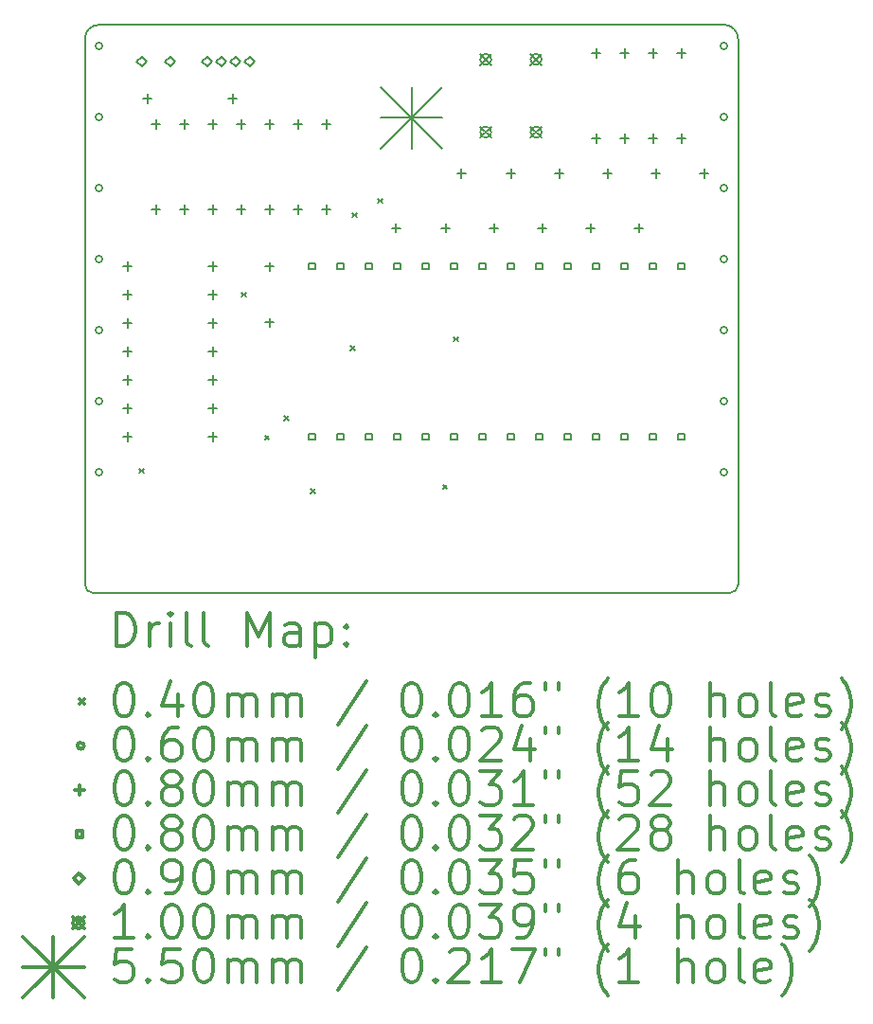
<source format=gbr>
%FSLAX45Y45*%
G04 Gerber Fmt 4.5, Leading zero omitted, Abs format (unit mm)*
G04 Created by KiCad (PCBNEW (5.1.6)-1) date 2021-11-23 16:53:45*
%MOMM*%
%LPD*%
G01*
G04 APERTURE LIST*
%TA.AperFunction,Profile*%
%ADD10C,0.150000*%
%TD*%
%ADD11C,0.200000*%
%ADD12C,0.300000*%
G04 APERTURE END LIST*
D10*
X6096000Y-7874000D02*
G75*
G03*
X5969000Y-8001000I0J-127000D01*
G01*
X11811000Y-8001000D02*
G75*
G03*
X11684000Y-7874000I-127000J0D01*
G01*
X11734800Y-12954000D02*
G75*
G03*
X11811000Y-12877800I0J76200D01*
G01*
X5969000Y-12877800D02*
G75*
G03*
X6045200Y-12954000I76200J0D01*
G01*
X5969000Y-12877800D02*
X5969000Y-8001000D01*
X11734800Y-12954000D02*
X6045200Y-12954000D01*
X11811000Y-8001000D02*
X11811000Y-12877800D01*
X6096000Y-7874000D02*
X11684000Y-7874000D01*
D11*
X6457000Y-11841800D02*
X6497000Y-11881800D01*
X6497000Y-11841800D02*
X6457000Y-11881800D01*
X7371400Y-10267000D02*
X7411400Y-10307000D01*
X7411400Y-10267000D02*
X7371400Y-10307000D01*
X7579000Y-11544000D02*
X7619000Y-11584000D01*
X7619000Y-11544000D02*
X7579000Y-11584000D01*
X7749000Y-11374000D02*
X7789000Y-11414000D01*
X7789000Y-11374000D02*
X7749000Y-11414000D01*
X7989000Y-12024000D02*
X8029000Y-12064000D01*
X8029000Y-12024000D02*
X7989000Y-12064000D01*
X8342558Y-10743642D02*
X8382558Y-10783642D01*
X8382558Y-10743642D02*
X8342558Y-10783642D01*
X8362000Y-9555800D02*
X8402000Y-9595800D01*
X8402000Y-9555800D02*
X8362000Y-9595800D01*
X8590600Y-9428800D02*
X8630600Y-9468800D01*
X8630600Y-9428800D02*
X8590600Y-9468800D01*
X9169000Y-11984000D02*
X9209000Y-12024000D01*
X9209000Y-11984000D02*
X9169000Y-12024000D01*
X9269000Y-10664000D02*
X9309000Y-10704000D01*
X9309000Y-10664000D02*
X9269000Y-10704000D01*
X6126000Y-8064500D02*
G75*
G03*
X6126000Y-8064500I-30000J0D01*
G01*
X6126000Y-8699500D02*
G75*
G03*
X6126000Y-8699500I-30000J0D01*
G01*
X6126000Y-9334500D02*
G75*
G03*
X6126000Y-9334500I-30000J0D01*
G01*
X6126000Y-9969500D02*
G75*
G03*
X6126000Y-9969500I-30000J0D01*
G01*
X6126000Y-10604500D02*
G75*
G03*
X6126000Y-10604500I-30000J0D01*
G01*
X6126000Y-11239500D02*
G75*
G03*
X6126000Y-11239500I-30000J0D01*
G01*
X6126000Y-11874500D02*
G75*
G03*
X6126000Y-11874500I-30000J0D01*
G01*
X11714000Y-8064500D02*
G75*
G03*
X11714000Y-8064500I-30000J0D01*
G01*
X11714000Y-8699500D02*
G75*
G03*
X11714000Y-8699500I-30000J0D01*
G01*
X11714000Y-9334500D02*
G75*
G03*
X11714000Y-9334500I-30000J0D01*
G01*
X11714000Y-9969500D02*
G75*
G03*
X11714000Y-9969500I-30000J0D01*
G01*
X11714000Y-10604500D02*
G75*
G03*
X11714000Y-10604500I-30000J0D01*
G01*
X11714000Y-11239500D02*
G75*
G03*
X11714000Y-11239500I-30000J0D01*
G01*
X11714000Y-11874500D02*
G75*
G03*
X11714000Y-11874500I-30000J0D01*
G01*
X9627074Y-9651637D02*
X9627074Y-9731637D01*
X9587074Y-9691637D02*
X9667074Y-9691637D01*
X10210800Y-9161833D02*
X10210800Y-9241833D01*
X10170800Y-9201833D02*
X10250800Y-9201833D01*
X6527800Y-8494400D02*
X6527800Y-8574400D01*
X6487800Y-8534400D02*
X6567800Y-8534400D01*
X7289800Y-8494400D02*
X7289800Y-8574400D01*
X7249800Y-8534400D02*
X7329800Y-8534400D01*
X10490674Y-9651637D02*
X10490674Y-9731637D01*
X10450674Y-9691637D02*
X10530674Y-9691637D01*
X11074400Y-9161833D02*
X11074400Y-9241833D01*
X11034400Y-9201833D02*
X11114400Y-9201833D01*
X9195274Y-9651637D02*
X9195274Y-9731637D01*
X9155274Y-9691637D02*
X9235274Y-9691637D01*
X9779000Y-9161833D02*
X9779000Y-9241833D01*
X9739000Y-9201833D02*
X9819000Y-9201833D01*
X10922474Y-9651637D02*
X10922474Y-9731637D01*
X10882474Y-9691637D02*
X10962474Y-9691637D01*
X11506200Y-9161833D02*
X11506200Y-9241833D01*
X11466200Y-9201833D02*
X11546200Y-9201833D01*
X10541000Y-8088000D02*
X10541000Y-8168000D01*
X10501000Y-8128000D02*
X10581000Y-8128000D01*
X10541000Y-8850000D02*
X10541000Y-8930000D01*
X10501000Y-8890000D02*
X10581000Y-8890000D01*
X10795000Y-8088000D02*
X10795000Y-8168000D01*
X10755000Y-8128000D02*
X10835000Y-8128000D01*
X10795000Y-8850000D02*
X10795000Y-8930000D01*
X10755000Y-8890000D02*
X10835000Y-8890000D01*
X11049000Y-8088000D02*
X11049000Y-8168000D01*
X11009000Y-8128000D02*
X11089000Y-8128000D01*
X11049000Y-8850000D02*
X11049000Y-8930000D01*
X11009000Y-8890000D02*
X11089000Y-8890000D01*
X11303000Y-8088000D02*
X11303000Y-8168000D01*
X11263000Y-8128000D02*
X11343000Y-8128000D01*
X11303000Y-8850000D02*
X11303000Y-8930000D01*
X11263000Y-8890000D02*
X11343000Y-8890000D01*
X6350000Y-9993000D02*
X6350000Y-10073000D01*
X6310000Y-10033000D02*
X6390000Y-10033000D01*
X6350000Y-10247000D02*
X6350000Y-10327000D01*
X6310000Y-10287000D02*
X6390000Y-10287000D01*
X6350000Y-10501000D02*
X6350000Y-10581000D01*
X6310000Y-10541000D02*
X6390000Y-10541000D01*
X6350000Y-10755000D02*
X6350000Y-10835000D01*
X6310000Y-10795000D02*
X6390000Y-10795000D01*
X6350000Y-11009000D02*
X6350000Y-11089000D01*
X6310000Y-11049000D02*
X6390000Y-11049000D01*
X6350000Y-11263000D02*
X6350000Y-11343000D01*
X6310000Y-11303000D02*
X6390000Y-11303000D01*
X6350000Y-11517000D02*
X6350000Y-11597000D01*
X6310000Y-11557000D02*
X6390000Y-11557000D01*
X7112000Y-9993000D02*
X7112000Y-10073000D01*
X7072000Y-10033000D02*
X7152000Y-10033000D01*
X7112000Y-10247000D02*
X7112000Y-10327000D01*
X7072000Y-10287000D02*
X7152000Y-10287000D01*
X7112000Y-10501000D02*
X7112000Y-10581000D01*
X7072000Y-10541000D02*
X7152000Y-10541000D01*
X7112000Y-10755000D02*
X7112000Y-10835000D01*
X7072000Y-10795000D02*
X7152000Y-10795000D01*
X7112000Y-11009000D02*
X7112000Y-11089000D01*
X7072000Y-11049000D02*
X7152000Y-11049000D01*
X7112000Y-11263000D02*
X7112000Y-11343000D01*
X7072000Y-11303000D02*
X7152000Y-11303000D01*
X7112000Y-11517000D02*
X7112000Y-11597000D01*
X7072000Y-11557000D02*
X7152000Y-11557000D01*
X6604000Y-8723000D02*
X6604000Y-8803000D01*
X6564000Y-8763000D02*
X6644000Y-8763000D01*
X6604000Y-9485000D02*
X6604000Y-9565000D01*
X6564000Y-9525000D02*
X6644000Y-9525000D01*
X6858000Y-8723000D02*
X6858000Y-8803000D01*
X6818000Y-8763000D02*
X6898000Y-8763000D01*
X6858000Y-9485000D02*
X6858000Y-9565000D01*
X6818000Y-9525000D02*
X6898000Y-9525000D01*
X7112000Y-8723000D02*
X7112000Y-8803000D01*
X7072000Y-8763000D02*
X7152000Y-8763000D01*
X7112000Y-9485000D02*
X7112000Y-9565000D01*
X7072000Y-9525000D02*
X7152000Y-9525000D01*
X7366000Y-8723000D02*
X7366000Y-8803000D01*
X7326000Y-8763000D02*
X7406000Y-8763000D01*
X7366000Y-9485000D02*
X7366000Y-9565000D01*
X7326000Y-9525000D02*
X7406000Y-9525000D01*
X7620000Y-8723000D02*
X7620000Y-8803000D01*
X7580000Y-8763000D02*
X7660000Y-8763000D01*
X7620000Y-9485000D02*
X7620000Y-9565000D01*
X7580000Y-9525000D02*
X7660000Y-9525000D01*
X7874000Y-8723000D02*
X7874000Y-8803000D01*
X7834000Y-8763000D02*
X7914000Y-8763000D01*
X7874000Y-9485000D02*
X7874000Y-9565000D01*
X7834000Y-9525000D02*
X7914000Y-9525000D01*
X8128000Y-8723000D02*
X8128000Y-8803000D01*
X8088000Y-8763000D02*
X8168000Y-8763000D01*
X8128000Y-9485000D02*
X8128000Y-9565000D01*
X8088000Y-9525000D02*
X8168000Y-9525000D01*
X10058874Y-9651637D02*
X10058874Y-9731637D01*
X10018874Y-9691637D02*
X10098874Y-9691637D01*
X10642600Y-9161833D02*
X10642600Y-9241833D01*
X10602600Y-9201833D02*
X10682600Y-9201833D01*
X8753589Y-9651637D02*
X8753589Y-9731637D01*
X8713589Y-9691637D02*
X8793589Y-9691637D01*
X9337315Y-9161833D02*
X9337315Y-9241833D01*
X9297315Y-9201833D02*
X9377315Y-9201833D01*
X7620000Y-9995000D02*
X7620000Y-10075000D01*
X7580000Y-10035000D02*
X7660000Y-10035000D01*
X7620000Y-10495000D02*
X7620000Y-10575000D01*
X7580000Y-10535000D02*
X7660000Y-10535000D01*
X8029288Y-10061288D02*
X8029288Y-10004712D01*
X7972712Y-10004712D01*
X7972712Y-10061288D01*
X8029288Y-10061288D01*
X8029288Y-11585288D02*
X8029288Y-11528712D01*
X7972712Y-11528712D01*
X7972712Y-11585288D01*
X8029288Y-11585288D01*
X8283288Y-10061288D02*
X8283288Y-10004712D01*
X8226712Y-10004712D01*
X8226712Y-10061288D01*
X8283288Y-10061288D01*
X8283288Y-11585288D02*
X8283288Y-11528712D01*
X8226712Y-11528712D01*
X8226712Y-11585288D01*
X8283288Y-11585288D01*
X8537288Y-10061288D02*
X8537288Y-10004712D01*
X8480712Y-10004712D01*
X8480712Y-10061288D01*
X8537288Y-10061288D01*
X8537288Y-11585288D02*
X8537288Y-11528712D01*
X8480712Y-11528712D01*
X8480712Y-11585288D01*
X8537288Y-11585288D01*
X8791288Y-10061288D02*
X8791288Y-10004712D01*
X8734712Y-10004712D01*
X8734712Y-10061288D01*
X8791288Y-10061288D01*
X8791288Y-11585288D02*
X8791288Y-11528712D01*
X8734712Y-11528712D01*
X8734712Y-11585288D01*
X8791288Y-11585288D01*
X9045288Y-10061288D02*
X9045288Y-10004712D01*
X8988712Y-10004712D01*
X8988712Y-10061288D01*
X9045288Y-10061288D01*
X9045288Y-11585288D02*
X9045288Y-11528712D01*
X8988712Y-11528712D01*
X8988712Y-11585288D01*
X9045288Y-11585288D01*
X9299288Y-10061288D02*
X9299288Y-10004712D01*
X9242712Y-10004712D01*
X9242712Y-10061288D01*
X9299288Y-10061288D01*
X9299288Y-11585288D02*
X9299288Y-11528712D01*
X9242712Y-11528712D01*
X9242712Y-11585288D01*
X9299288Y-11585288D01*
X9553288Y-10061288D02*
X9553288Y-10004712D01*
X9496712Y-10004712D01*
X9496712Y-10061288D01*
X9553288Y-10061288D01*
X9553288Y-11585288D02*
X9553288Y-11528712D01*
X9496712Y-11528712D01*
X9496712Y-11585288D01*
X9553288Y-11585288D01*
X9807288Y-10061288D02*
X9807288Y-10004712D01*
X9750712Y-10004712D01*
X9750712Y-10061288D01*
X9807288Y-10061288D01*
X9807288Y-11585288D02*
X9807288Y-11528712D01*
X9750712Y-11528712D01*
X9750712Y-11585288D01*
X9807288Y-11585288D01*
X10061288Y-10061288D02*
X10061288Y-10004712D01*
X10004712Y-10004712D01*
X10004712Y-10061288D01*
X10061288Y-10061288D01*
X10061288Y-11585288D02*
X10061288Y-11528712D01*
X10004712Y-11528712D01*
X10004712Y-11585288D01*
X10061288Y-11585288D01*
X10315288Y-10061288D02*
X10315288Y-10004712D01*
X10258712Y-10004712D01*
X10258712Y-10061288D01*
X10315288Y-10061288D01*
X10315288Y-11585288D02*
X10315288Y-11528712D01*
X10258712Y-11528712D01*
X10258712Y-11585288D01*
X10315288Y-11585288D01*
X10569288Y-10061288D02*
X10569288Y-10004712D01*
X10512712Y-10004712D01*
X10512712Y-10061288D01*
X10569288Y-10061288D01*
X10569288Y-11585288D02*
X10569288Y-11528712D01*
X10512712Y-11528712D01*
X10512712Y-11585288D01*
X10569288Y-11585288D01*
X10823288Y-10061288D02*
X10823288Y-10004712D01*
X10766712Y-10004712D01*
X10766712Y-10061288D01*
X10823288Y-10061288D01*
X10823288Y-11585288D02*
X10823288Y-11528712D01*
X10766712Y-11528712D01*
X10766712Y-11585288D01*
X10823288Y-11585288D01*
X11077288Y-10061288D02*
X11077288Y-10004712D01*
X11020712Y-10004712D01*
X11020712Y-10061288D01*
X11077288Y-10061288D01*
X11077288Y-11585288D02*
X11077288Y-11528712D01*
X11020712Y-11528712D01*
X11020712Y-11585288D01*
X11077288Y-11585288D01*
X11331288Y-10061288D02*
X11331288Y-10004712D01*
X11274712Y-10004712D01*
X11274712Y-10061288D01*
X11331288Y-10061288D01*
X11331288Y-11585288D02*
X11331288Y-11528712D01*
X11274712Y-11528712D01*
X11274712Y-11585288D01*
X11331288Y-11585288D01*
X6477000Y-8249200D02*
X6522000Y-8204200D01*
X6477000Y-8159200D01*
X6432000Y-8204200D01*
X6477000Y-8249200D01*
X6731000Y-8249200D02*
X6776000Y-8204200D01*
X6731000Y-8159200D01*
X6686000Y-8204200D01*
X6731000Y-8249200D01*
X7061200Y-8249200D02*
X7106200Y-8204200D01*
X7061200Y-8159200D01*
X7016200Y-8204200D01*
X7061200Y-8249200D01*
X7188200Y-8249200D02*
X7233200Y-8204200D01*
X7188200Y-8159200D01*
X7143200Y-8204200D01*
X7188200Y-8249200D01*
X7315200Y-8249200D02*
X7360200Y-8204200D01*
X7315200Y-8159200D01*
X7270200Y-8204200D01*
X7315200Y-8249200D01*
X7442200Y-8249200D02*
X7487200Y-8204200D01*
X7442200Y-8159200D01*
X7397200Y-8204200D01*
X7442200Y-8249200D01*
X9503918Y-8133842D02*
X9603994Y-8233918D01*
X9603994Y-8133842D02*
X9503918Y-8233918D01*
X9603994Y-8183880D02*
G75*
G03*
X9603994Y-8183880I-50038J0D01*
G01*
X9503918Y-8784082D02*
X9603994Y-8884158D01*
X9603994Y-8784082D02*
X9503918Y-8884158D01*
X9603994Y-8834120D02*
G75*
G03*
X9603994Y-8834120I-50038J0D01*
G01*
X9954006Y-8133842D02*
X10054082Y-8233918D01*
X10054082Y-8133842D02*
X9954006Y-8233918D01*
X10054082Y-8183880D02*
G75*
G03*
X10054082Y-8183880I-50038J0D01*
G01*
X9954006Y-8784082D02*
X10054082Y-8884158D01*
X10054082Y-8784082D02*
X9954006Y-8884158D01*
X10054082Y-8834120D02*
G75*
G03*
X10054082Y-8834120I-50038J0D01*
G01*
X8615000Y-8429000D02*
X9165000Y-8979000D01*
X9165000Y-8429000D02*
X8615000Y-8979000D01*
X8890000Y-8429000D02*
X8890000Y-8979000D01*
X8615000Y-8704000D02*
X9165000Y-8704000D01*
D12*
X6247928Y-13427214D02*
X6247928Y-13127214D01*
X6319357Y-13127214D01*
X6362214Y-13141500D01*
X6390786Y-13170071D01*
X6405071Y-13198643D01*
X6419357Y-13255786D01*
X6419357Y-13298643D01*
X6405071Y-13355786D01*
X6390786Y-13384357D01*
X6362214Y-13412929D01*
X6319357Y-13427214D01*
X6247928Y-13427214D01*
X6547928Y-13427214D02*
X6547928Y-13227214D01*
X6547928Y-13284357D02*
X6562214Y-13255786D01*
X6576500Y-13241500D01*
X6605071Y-13227214D01*
X6633643Y-13227214D01*
X6733643Y-13427214D02*
X6733643Y-13227214D01*
X6733643Y-13127214D02*
X6719357Y-13141500D01*
X6733643Y-13155786D01*
X6747928Y-13141500D01*
X6733643Y-13127214D01*
X6733643Y-13155786D01*
X6919357Y-13427214D02*
X6890786Y-13412929D01*
X6876500Y-13384357D01*
X6876500Y-13127214D01*
X7076500Y-13427214D02*
X7047928Y-13412929D01*
X7033643Y-13384357D01*
X7033643Y-13127214D01*
X7419357Y-13427214D02*
X7419357Y-13127214D01*
X7519357Y-13341500D01*
X7619357Y-13127214D01*
X7619357Y-13427214D01*
X7890786Y-13427214D02*
X7890786Y-13270071D01*
X7876500Y-13241500D01*
X7847928Y-13227214D01*
X7790786Y-13227214D01*
X7762214Y-13241500D01*
X7890786Y-13412929D02*
X7862214Y-13427214D01*
X7790786Y-13427214D01*
X7762214Y-13412929D01*
X7747928Y-13384357D01*
X7747928Y-13355786D01*
X7762214Y-13327214D01*
X7790786Y-13312929D01*
X7862214Y-13312929D01*
X7890786Y-13298643D01*
X8033643Y-13227214D02*
X8033643Y-13527214D01*
X8033643Y-13241500D02*
X8062214Y-13227214D01*
X8119357Y-13227214D01*
X8147928Y-13241500D01*
X8162214Y-13255786D01*
X8176500Y-13284357D01*
X8176500Y-13370071D01*
X8162214Y-13398643D01*
X8147928Y-13412929D01*
X8119357Y-13427214D01*
X8062214Y-13427214D01*
X8033643Y-13412929D01*
X8305071Y-13398643D02*
X8319357Y-13412929D01*
X8305071Y-13427214D01*
X8290786Y-13412929D01*
X8305071Y-13398643D01*
X8305071Y-13427214D01*
X8305071Y-13241500D02*
X8319357Y-13255786D01*
X8305071Y-13270071D01*
X8290786Y-13255786D01*
X8305071Y-13241500D01*
X8305071Y-13270071D01*
X5921500Y-13901500D02*
X5961500Y-13941500D01*
X5961500Y-13901500D02*
X5921500Y-13941500D01*
X6305071Y-13757214D02*
X6333643Y-13757214D01*
X6362214Y-13771500D01*
X6376500Y-13785786D01*
X6390786Y-13814357D01*
X6405071Y-13871500D01*
X6405071Y-13942929D01*
X6390786Y-14000071D01*
X6376500Y-14028643D01*
X6362214Y-14042929D01*
X6333643Y-14057214D01*
X6305071Y-14057214D01*
X6276500Y-14042929D01*
X6262214Y-14028643D01*
X6247928Y-14000071D01*
X6233643Y-13942929D01*
X6233643Y-13871500D01*
X6247928Y-13814357D01*
X6262214Y-13785786D01*
X6276500Y-13771500D01*
X6305071Y-13757214D01*
X6533643Y-14028643D02*
X6547928Y-14042929D01*
X6533643Y-14057214D01*
X6519357Y-14042929D01*
X6533643Y-14028643D01*
X6533643Y-14057214D01*
X6805071Y-13857214D02*
X6805071Y-14057214D01*
X6733643Y-13742929D02*
X6662214Y-13957214D01*
X6847928Y-13957214D01*
X7019357Y-13757214D02*
X7047928Y-13757214D01*
X7076500Y-13771500D01*
X7090786Y-13785786D01*
X7105071Y-13814357D01*
X7119357Y-13871500D01*
X7119357Y-13942929D01*
X7105071Y-14000071D01*
X7090786Y-14028643D01*
X7076500Y-14042929D01*
X7047928Y-14057214D01*
X7019357Y-14057214D01*
X6990786Y-14042929D01*
X6976500Y-14028643D01*
X6962214Y-14000071D01*
X6947928Y-13942929D01*
X6947928Y-13871500D01*
X6962214Y-13814357D01*
X6976500Y-13785786D01*
X6990786Y-13771500D01*
X7019357Y-13757214D01*
X7247928Y-14057214D02*
X7247928Y-13857214D01*
X7247928Y-13885786D02*
X7262214Y-13871500D01*
X7290786Y-13857214D01*
X7333643Y-13857214D01*
X7362214Y-13871500D01*
X7376500Y-13900071D01*
X7376500Y-14057214D01*
X7376500Y-13900071D02*
X7390786Y-13871500D01*
X7419357Y-13857214D01*
X7462214Y-13857214D01*
X7490786Y-13871500D01*
X7505071Y-13900071D01*
X7505071Y-14057214D01*
X7647928Y-14057214D02*
X7647928Y-13857214D01*
X7647928Y-13885786D02*
X7662214Y-13871500D01*
X7690786Y-13857214D01*
X7733643Y-13857214D01*
X7762214Y-13871500D01*
X7776500Y-13900071D01*
X7776500Y-14057214D01*
X7776500Y-13900071D02*
X7790786Y-13871500D01*
X7819357Y-13857214D01*
X7862214Y-13857214D01*
X7890786Y-13871500D01*
X7905071Y-13900071D01*
X7905071Y-14057214D01*
X8490786Y-13742929D02*
X8233643Y-14128643D01*
X8876500Y-13757214D02*
X8905071Y-13757214D01*
X8933643Y-13771500D01*
X8947928Y-13785786D01*
X8962214Y-13814357D01*
X8976500Y-13871500D01*
X8976500Y-13942929D01*
X8962214Y-14000071D01*
X8947928Y-14028643D01*
X8933643Y-14042929D01*
X8905071Y-14057214D01*
X8876500Y-14057214D01*
X8847928Y-14042929D01*
X8833643Y-14028643D01*
X8819357Y-14000071D01*
X8805071Y-13942929D01*
X8805071Y-13871500D01*
X8819357Y-13814357D01*
X8833643Y-13785786D01*
X8847928Y-13771500D01*
X8876500Y-13757214D01*
X9105071Y-14028643D02*
X9119357Y-14042929D01*
X9105071Y-14057214D01*
X9090786Y-14042929D01*
X9105071Y-14028643D01*
X9105071Y-14057214D01*
X9305071Y-13757214D02*
X9333643Y-13757214D01*
X9362214Y-13771500D01*
X9376500Y-13785786D01*
X9390786Y-13814357D01*
X9405071Y-13871500D01*
X9405071Y-13942929D01*
X9390786Y-14000071D01*
X9376500Y-14028643D01*
X9362214Y-14042929D01*
X9333643Y-14057214D01*
X9305071Y-14057214D01*
X9276500Y-14042929D01*
X9262214Y-14028643D01*
X9247928Y-14000071D01*
X9233643Y-13942929D01*
X9233643Y-13871500D01*
X9247928Y-13814357D01*
X9262214Y-13785786D01*
X9276500Y-13771500D01*
X9305071Y-13757214D01*
X9690786Y-14057214D02*
X9519357Y-14057214D01*
X9605071Y-14057214D02*
X9605071Y-13757214D01*
X9576500Y-13800071D01*
X9547928Y-13828643D01*
X9519357Y-13842929D01*
X9947928Y-13757214D02*
X9890786Y-13757214D01*
X9862214Y-13771500D01*
X9847928Y-13785786D01*
X9819357Y-13828643D01*
X9805071Y-13885786D01*
X9805071Y-14000071D01*
X9819357Y-14028643D01*
X9833643Y-14042929D01*
X9862214Y-14057214D01*
X9919357Y-14057214D01*
X9947928Y-14042929D01*
X9962214Y-14028643D01*
X9976500Y-14000071D01*
X9976500Y-13928643D01*
X9962214Y-13900071D01*
X9947928Y-13885786D01*
X9919357Y-13871500D01*
X9862214Y-13871500D01*
X9833643Y-13885786D01*
X9819357Y-13900071D01*
X9805071Y-13928643D01*
X10090786Y-13757214D02*
X10090786Y-13814357D01*
X10205071Y-13757214D02*
X10205071Y-13814357D01*
X10647928Y-14171500D02*
X10633643Y-14157214D01*
X10605071Y-14114357D01*
X10590786Y-14085786D01*
X10576500Y-14042929D01*
X10562214Y-13971500D01*
X10562214Y-13914357D01*
X10576500Y-13842929D01*
X10590786Y-13800071D01*
X10605071Y-13771500D01*
X10633643Y-13728643D01*
X10647928Y-13714357D01*
X10919357Y-14057214D02*
X10747928Y-14057214D01*
X10833643Y-14057214D02*
X10833643Y-13757214D01*
X10805071Y-13800071D01*
X10776500Y-13828643D01*
X10747928Y-13842929D01*
X11105071Y-13757214D02*
X11133643Y-13757214D01*
X11162214Y-13771500D01*
X11176500Y-13785786D01*
X11190786Y-13814357D01*
X11205071Y-13871500D01*
X11205071Y-13942929D01*
X11190786Y-14000071D01*
X11176500Y-14028643D01*
X11162214Y-14042929D01*
X11133643Y-14057214D01*
X11105071Y-14057214D01*
X11076500Y-14042929D01*
X11062214Y-14028643D01*
X11047928Y-14000071D01*
X11033643Y-13942929D01*
X11033643Y-13871500D01*
X11047928Y-13814357D01*
X11062214Y-13785786D01*
X11076500Y-13771500D01*
X11105071Y-13757214D01*
X11562214Y-14057214D02*
X11562214Y-13757214D01*
X11690786Y-14057214D02*
X11690786Y-13900071D01*
X11676500Y-13871500D01*
X11647928Y-13857214D01*
X11605071Y-13857214D01*
X11576500Y-13871500D01*
X11562214Y-13885786D01*
X11876500Y-14057214D02*
X11847928Y-14042929D01*
X11833643Y-14028643D01*
X11819357Y-14000071D01*
X11819357Y-13914357D01*
X11833643Y-13885786D01*
X11847928Y-13871500D01*
X11876500Y-13857214D01*
X11919357Y-13857214D01*
X11947928Y-13871500D01*
X11962214Y-13885786D01*
X11976500Y-13914357D01*
X11976500Y-14000071D01*
X11962214Y-14028643D01*
X11947928Y-14042929D01*
X11919357Y-14057214D01*
X11876500Y-14057214D01*
X12147928Y-14057214D02*
X12119357Y-14042929D01*
X12105071Y-14014357D01*
X12105071Y-13757214D01*
X12376500Y-14042929D02*
X12347928Y-14057214D01*
X12290786Y-14057214D01*
X12262214Y-14042929D01*
X12247928Y-14014357D01*
X12247928Y-13900071D01*
X12262214Y-13871500D01*
X12290786Y-13857214D01*
X12347928Y-13857214D01*
X12376500Y-13871500D01*
X12390786Y-13900071D01*
X12390786Y-13928643D01*
X12247928Y-13957214D01*
X12505071Y-14042929D02*
X12533643Y-14057214D01*
X12590786Y-14057214D01*
X12619357Y-14042929D01*
X12633643Y-14014357D01*
X12633643Y-14000071D01*
X12619357Y-13971500D01*
X12590786Y-13957214D01*
X12547928Y-13957214D01*
X12519357Y-13942929D01*
X12505071Y-13914357D01*
X12505071Y-13900071D01*
X12519357Y-13871500D01*
X12547928Y-13857214D01*
X12590786Y-13857214D01*
X12619357Y-13871500D01*
X12733643Y-14171500D02*
X12747928Y-14157214D01*
X12776500Y-14114357D01*
X12790786Y-14085786D01*
X12805071Y-14042929D01*
X12819357Y-13971500D01*
X12819357Y-13914357D01*
X12805071Y-13842929D01*
X12790786Y-13800071D01*
X12776500Y-13771500D01*
X12747928Y-13728643D01*
X12733643Y-13714357D01*
X5961500Y-14317500D02*
G75*
G03*
X5961500Y-14317500I-30000J0D01*
G01*
X6305071Y-14153214D02*
X6333643Y-14153214D01*
X6362214Y-14167500D01*
X6376500Y-14181786D01*
X6390786Y-14210357D01*
X6405071Y-14267500D01*
X6405071Y-14338929D01*
X6390786Y-14396071D01*
X6376500Y-14424643D01*
X6362214Y-14438929D01*
X6333643Y-14453214D01*
X6305071Y-14453214D01*
X6276500Y-14438929D01*
X6262214Y-14424643D01*
X6247928Y-14396071D01*
X6233643Y-14338929D01*
X6233643Y-14267500D01*
X6247928Y-14210357D01*
X6262214Y-14181786D01*
X6276500Y-14167500D01*
X6305071Y-14153214D01*
X6533643Y-14424643D02*
X6547928Y-14438929D01*
X6533643Y-14453214D01*
X6519357Y-14438929D01*
X6533643Y-14424643D01*
X6533643Y-14453214D01*
X6805071Y-14153214D02*
X6747928Y-14153214D01*
X6719357Y-14167500D01*
X6705071Y-14181786D01*
X6676500Y-14224643D01*
X6662214Y-14281786D01*
X6662214Y-14396071D01*
X6676500Y-14424643D01*
X6690786Y-14438929D01*
X6719357Y-14453214D01*
X6776500Y-14453214D01*
X6805071Y-14438929D01*
X6819357Y-14424643D01*
X6833643Y-14396071D01*
X6833643Y-14324643D01*
X6819357Y-14296071D01*
X6805071Y-14281786D01*
X6776500Y-14267500D01*
X6719357Y-14267500D01*
X6690786Y-14281786D01*
X6676500Y-14296071D01*
X6662214Y-14324643D01*
X7019357Y-14153214D02*
X7047928Y-14153214D01*
X7076500Y-14167500D01*
X7090786Y-14181786D01*
X7105071Y-14210357D01*
X7119357Y-14267500D01*
X7119357Y-14338929D01*
X7105071Y-14396071D01*
X7090786Y-14424643D01*
X7076500Y-14438929D01*
X7047928Y-14453214D01*
X7019357Y-14453214D01*
X6990786Y-14438929D01*
X6976500Y-14424643D01*
X6962214Y-14396071D01*
X6947928Y-14338929D01*
X6947928Y-14267500D01*
X6962214Y-14210357D01*
X6976500Y-14181786D01*
X6990786Y-14167500D01*
X7019357Y-14153214D01*
X7247928Y-14453214D02*
X7247928Y-14253214D01*
X7247928Y-14281786D02*
X7262214Y-14267500D01*
X7290786Y-14253214D01*
X7333643Y-14253214D01*
X7362214Y-14267500D01*
X7376500Y-14296071D01*
X7376500Y-14453214D01*
X7376500Y-14296071D02*
X7390786Y-14267500D01*
X7419357Y-14253214D01*
X7462214Y-14253214D01*
X7490786Y-14267500D01*
X7505071Y-14296071D01*
X7505071Y-14453214D01*
X7647928Y-14453214D02*
X7647928Y-14253214D01*
X7647928Y-14281786D02*
X7662214Y-14267500D01*
X7690786Y-14253214D01*
X7733643Y-14253214D01*
X7762214Y-14267500D01*
X7776500Y-14296071D01*
X7776500Y-14453214D01*
X7776500Y-14296071D02*
X7790786Y-14267500D01*
X7819357Y-14253214D01*
X7862214Y-14253214D01*
X7890786Y-14267500D01*
X7905071Y-14296071D01*
X7905071Y-14453214D01*
X8490786Y-14138929D02*
X8233643Y-14524643D01*
X8876500Y-14153214D02*
X8905071Y-14153214D01*
X8933643Y-14167500D01*
X8947928Y-14181786D01*
X8962214Y-14210357D01*
X8976500Y-14267500D01*
X8976500Y-14338929D01*
X8962214Y-14396071D01*
X8947928Y-14424643D01*
X8933643Y-14438929D01*
X8905071Y-14453214D01*
X8876500Y-14453214D01*
X8847928Y-14438929D01*
X8833643Y-14424643D01*
X8819357Y-14396071D01*
X8805071Y-14338929D01*
X8805071Y-14267500D01*
X8819357Y-14210357D01*
X8833643Y-14181786D01*
X8847928Y-14167500D01*
X8876500Y-14153214D01*
X9105071Y-14424643D02*
X9119357Y-14438929D01*
X9105071Y-14453214D01*
X9090786Y-14438929D01*
X9105071Y-14424643D01*
X9105071Y-14453214D01*
X9305071Y-14153214D02*
X9333643Y-14153214D01*
X9362214Y-14167500D01*
X9376500Y-14181786D01*
X9390786Y-14210357D01*
X9405071Y-14267500D01*
X9405071Y-14338929D01*
X9390786Y-14396071D01*
X9376500Y-14424643D01*
X9362214Y-14438929D01*
X9333643Y-14453214D01*
X9305071Y-14453214D01*
X9276500Y-14438929D01*
X9262214Y-14424643D01*
X9247928Y-14396071D01*
X9233643Y-14338929D01*
X9233643Y-14267500D01*
X9247928Y-14210357D01*
X9262214Y-14181786D01*
X9276500Y-14167500D01*
X9305071Y-14153214D01*
X9519357Y-14181786D02*
X9533643Y-14167500D01*
X9562214Y-14153214D01*
X9633643Y-14153214D01*
X9662214Y-14167500D01*
X9676500Y-14181786D01*
X9690786Y-14210357D01*
X9690786Y-14238929D01*
X9676500Y-14281786D01*
X9505071Y-14453214D01*
X9690786Y-14453214D01*
X9947928Y-14253214D02*
X9947928Y-14453214D01*
X9876500Y-14138929D02*
X9805071Y-14353214D01*
X9990786Y-14353214D01*
X10090786Y-14153214D02*
X10090786Y-14210357D01*
X10205071Y-14153214D02*
X10205071Y-14210357D01*
X10647928Y-14567500D02*
X10633643Y-14553214D01*
X10605071Y-14510357D01*
X10590786Y-14481786D01*
X10576500Y-14438929D01*
X10562214Y-14367500D01*
X10562214Y-14310357D01*
X10576500Y-14238929D01*
X10590786Y-14196071D01*
X10605071Y-14167500D01*
X10633643Y-14124643D01*
X10647928Y-14110357D01*
X10919357Y-14453214D02*
X10747928Y-14453214D01*
X10833643Y-14453214D02*
X10833643Y-14153214D01*
X10805071Y-14196071D01*
X10776500Y-14224643D01*
X10747928Y-14238929D01*
X11176500Y-14253214D02*
X11176500Y-14453214D01*
X11105071Y-14138929D02*
X11033643Y-14353214D01*
X11219357Y-14353214D01*
X11562214Y-14453214D02*
X11562214Y-14153214D01*
X11690786Y-14453214D02*
X11690786Y-14296071D01*
X11676500Y-14267500D01*
X11647928Y-14253214D01*
X11605071Y-14253214D01*
X11576500Y-14267500D01*
X11562214Y-14281786D01*
X11876500Y-14453214D02*
X11847928Y-14438929D01*
X11833643Y-14424643D01*
X11819357Y-14396071D01*
X11819357Y-14310357D01*
X11833643Y-14281786D01*
X11847928Y-14267500D01*
X11876500Y-14253214D01*
X11919357Y-14253214D01*
X11947928Y-14267500D01*
X11962214Y-14281786D01*
X11976500Y-14310357D01*
X11976500Y-14396071D01*
X11962214Y-14424643D01*
X11947928Y-14438929D01*
X11919357Y-14453214D01*
X11876500Y-14453214D01*
X12147928Y-14453214D02*
X12119357Y-14438929D01*
X12105071Y-14410357D01*
X12105071Y-14153214D01*
X12376500Y-14438929D02*
X12347928Y-14453214D01*
X12290786Y-14453214D01*
X12262214Y-14438929D01*
X12247928Y-14410357D01*
X12247928Y-14296071D01*
X12262214Y-14267500D01*
X12290786Y-14253214D01*
X12347928Y-14253214D01*
X12376500Y-14267500D01*
X12390786Y-14296071D01*
X12390786Y-14324643D01*
X12247928Y-14353214D01*
X12505071Y-14438929D02*
X12533643Y-14453214D01*
X12590786Y-14453214D01*
X12619357Y-14438929D01*
X12633643Y-14410357D01*
X12633643Y-14396071D01*
X12619357Y-14367500D01*
X12590786Y-14353214D01*
X12547928Y-14353214D01*
X12519357Y-14338929D01*
X12505071Y-14310357D01*
X12505071Y-14296071D01*
X12519357Y-14267500D01*
X12547928Y-14253214D01*
X12590786Y-14253214D01*
X12619357Y-14267500D01*
X12733643Y-14567500D02*
X12747928Y-14553214D01*
X12776500Y-14510357D01*
X12790786Y-14481786D01*
X12805071Y-14438929D01*
X12819357Y-14367500D01*
X12819357Y-14310357D01*
X12805071Y-14238929D01*
X12790786Y-14196071D01*
X12776500Y-14167500D01*
X12747928Y-14124643D01*
X12733643Y-14110357D01*
X5921500Y-14673500D02*
X5921500Y-14753500D01*
X5881500Y-14713500D02*
X5961500Y-14713500D01*
X6305071Y-14549214D02*
X6333643Y-14549214D01*
X6362214Y-14563500D01*
X6376500Y-14577786D01*
X6390786Y-14606357D01*
X6405071Y-14663500D01*
X6405071Y-14734929D01*
X6390786Y-14792071D01*
X6376500Y-14820643D01*
X6362214Y-14834929D01*
X6333643Y-14849214D01*
X6305071Y-14849214D01*
X6276500Y-14834929D01*
X6262214Y-14820643D01*
X6247928Y-14792071D01*
X6233643Y-14734929D01*
X6233643Y-14663500D01*
X6247928Y-14606357D01*
X6262214Y-14577786D01*
X6276500Y-14563500D01*
X6305071Y-14549214D01*
X6533643Y-14820643D02*
X6547928Y-14834929D01*
X6533643Y-14849214D01*
X6519357Y-14834929D01*
X6533643Y-14820643D01*
X6533643Y-14849214D01*
X6719357Y-14677786D02*
X6690786Y-14663500D01*
X6676500Y-14649214D01*
X6662214Y-14620643D01*
X6662214Y-14606357D01*
X6676500Y-14577786D01*
X6690786Y-14563500D01*
X6719357Y-14549214D01*
X6776500Y-14549214D01*
X6805071Y-14563500D01*
X6819357Y-14577786D01*
X6833643Y-14606357D01*
X6833643Y-14620643D01*
X6819357Y-14649214D01*
X6805071Y-14663500D01*
X6776500Y-14677786D01*
X6719357Y-14677786D01*
X6690786Y-14692071D01*
X6676500Y-14706357D01*
X6662214Y-14734929D01*
X6662214Y-14792071D01*
X6676500Y-14820643D01*
X6690786Y-14834929D01*
X6719357Y-14849214D01*
X6776500Y-14849214D01*
X6805071Y-14834929D01*
X6819357Y-14820643D01*
X6833643Y-14792071D01*
X6833643Y-14734929D01*
X6819357Y-14706357D01*
X6805071Y-14692071D01*
X6776500Y-14677786D01*
X7019357Y-14549214D02*
X7047928Y-14549214D01*
X7076500Y-14563500D01*
X7090786Y-14577786D01*
X7105071Y-14606357D01*
X7119357Y-14663500D01*
X7119357Y-14734929D01*
X7105071Y-14792071D01*
X7090786Y-14820643D01*
X7076500Y-14834929D01*
X7047928Y-14849214D01*
X7019357Y-14849214D01*
X6990786Y-14834929D01*
X6976500Y-14820643D01*
X6962214Y-14792071D01*
X6947928Y-14734929D01*
X6947928Y-14663500D01*
X6962214Y-14606357D01*
X6976500Y-14577786D01*
X6990786Y-14563500D01*
X7019357Y-14549214D01*
X7247928Y-14849214D02*
X7247928Y-14649214D01*
X7247928Y-14677786D02*
X7262214Y-14663500D01*
X7290786Y-14649214D01*
X7333643Y-14649214D01*
X7362214Y-14663500D01*
X7376500Y-14692071D01*
X7376500Y-14849214D01*
X7376500Y-14692071D02*
X7390786Y-14663500D01*
X7419357Y-14649214D01*
X7462214Y-14649214D01*
X7490786Y-14663500D01*
X7505071Y-14692071D01*
X7505071Y-14849214D01*
X7647928Y-14849214D02*
X7647928Y-14649214D01*
X7647928Y-14677786D02*
X7662214Y-14663500D01*
X7690786Y-14649214D01*
X7733643Y-14649214D01*
X7762214Y-14663500D01*
X7776500Y-14692071D01*
X7776500Y-14849214D01*
X7776500Y-14692071D02*
X7790786Y-14663500D01*
X7819357Y-14649214D01*
X7862214Y-14649214D01*
X7890786Y-14663500D01*
X7905071Y-14692071D01*
X7905071Y-14849214D01*
X8490786Y-14534929D02*
X8233643Y-14920643D01*
X8876500Y-14549214D02*
X8905071Y-14549214D01*
X8933643Y-14563500D01*
X8947928Y-14577786D01*
X8962214Y-14606357D01*
X8976500Y-14663500D01*
X8976500Y-14734929D01*
X8962214Y-14792071D01*
X8947928Y-14820643D01*
X8933643Y-14834929D01*
X8905071Y-14849214D01*
X8876500Y-14849214D01*
X8847928Y-14834929D01*
X8833643Y-14820643D01*
X8819357Y-14792071D01*
X8805071Y-14734929D01*
X8805071Y-14663500D01*
X8819357Y-14606357D01*
X8833643Y-14577786D01*
X8847928Y-14563500D01*
X8876500Y-14549214D01*
X9105071Y-14820643D02*
X9119357Y-14834929D01*
X9105071Y-14849214D01*
X9090786Y-14834929D01*
X9105071Y-14820643D01*
X9105071Y-14849214D01*
X9305071Y-14549214D02*
X9333643Y-14549214D01*
X9362214Y-14563500D01*
X9376500Y-14577786D01*
X9390786Y-14606357D01*
X9405071Y-14663500D01*
X9405071Y-14734929D01*
X9390786Y-14792071D01*
X9376500Y-14820643D01*
X9362214Y-14834929D01*
X9333643Y-14849214D01*
X9305071Y-14849214D01*
X9276500Y-14834929D01*
X9262214Y-14820643D01*
X9247928Y-14792071D01*
X9233643Y-14734929D01*
X9233643Y-14663500D01*
X9247928Y-14606357D01*
X9262214Y-14577786D01*
X9276500Y-14563500D01*
X9305071Y-14549214D01*
X9505071Y-14549214D02*
X9690786Y-14549214D01*
X9590786Y-14663500D01*
X9633643Y-14663500D01*
X9662214Y-14677786D01*
X9676500Y-14692071D01*
X9690786Y-14720643D01*
X9690786Y-14792071D01*
X9676500Y-14820643D01*
X9662214Y-14834929D01*
X9633643Y-14849214D01*
X9547928Y-14849214D01*
X9519357Y-14834929D01*
X9505071Y-14820643D01*
X9976500Y-14849214D02*
X9805071Y-14849214D01*
X9890786Y-14849214D02*
X9890786Y-14549214D01*
X9862214Y-14592071D01*
X9833643Y-14620643D01*
X9805071Y-14634929D01*
X10090786Y-14549214D02*
X10090786Y-14606357D01*
X10205071Y-14549214D02*
X10205071Y-14606357D01*
X10647928Y-14963500D02*
X10633643Y-14949214D01*
X10605071Y-14906357D01*
X10590786Y-14877786D01*
X10576500Y-14834929D01*
X10562214Y-14763500D01*
X10562214Y-14706357D01*
X10576500Y-14634929D01*
X10590786Y-14592071D01*
X10605071Y-14563500D01*
X10633643Y-14520643D01*
X10647928Y-14506357D01*
X10905071Y-14549214D02*
X10762214Y-14549214D01*
X10747928Y-14692071D01*
X10762214Y-14677786D01*
X10790786Y-14663500D01*
X10862214Y-14663500D01*
X10890786Y-14677786D01*
X10905071Y-14692071D01*
X10919357Y-14720643D01*
X10919357Y-14792071D01*
X10905071Y-14820643D01*
X10890786Y-14834929D01*
X10862214Y-14849214D01*
X10790786Y-14849214D01*
X10762214Y-14834929D01*
X10747928Y-14820643D01*
X11033643Y-14577786D02*
X11047928Y-14563500D01*
X11076500Y-14549214D01*
X11147928Y-14549214D01*
X11176500Y-14563500D01*
X11190786Y-14577786D01*
X11205071Y-14606357D01*
X11205071Y-14634929D01*
X11190786Y-14677786D01*
X11019357Y-14849214D01*
X11205071Y-14849214D01*
X11562214Y-14849214D02*
X11562214Y-14549214D01*
X11690786Y-14849214D02*
X11690786Y-14692071D01*
X11676500Y-14663500D01*
X11647928Y-14649214D01*
X11605071Y-14649214D01*
X11576500Y-14663500D01*
X11562214Y-14677786D01*
X11876500Y-14849214D02*
X11847928Y-14834929D01*
X11833643Y-14820643D01*
X11819357Y-14792071D01*
X11819357Y-14706357D01*
X11833643Y-14677786D01*
X11847928Y-14663500D01*
X11876500Y-14649214D01*
X11919357Y-14649214D01*
X11947928Y-14663500D01*
X11962214Y-14677786D01*
X11976500Y-14706357D01*
X11976500Y-14792071D01*
X11962214Y-14820643D01*
X11947928Y-14834929D01*
X11919357Y-14849214D01*
X11876500Y-14849214D01*
X12147928Y-14849214D02*
X12119357Y-14834929D01*
X12105071Y-14806357D01*
X12105071Y-14549214D01*
X12376500Y-14834929D02*
X12347928Y-14849214D01*
X12290786Y-14849214D01*
X12262214Y-14834929D01*
X12247928Y-14806357D01*
X12247928Y-14692071D01*
X12262214Y-14663500D01*
X12290786Y-14649214D01*
X12347928Y-14649214D01*
X12376500Y-14663500D01*
X12390786Y-14692071D01*
X12390786Y-14720643D01*
X12247928Y-14749214D01*
X12505071Y-14834929D02*
X12533643Y-14849214D01*
X12590786Y-14849214D01*
X12619357Y-14834929D01*
X12633643Y-14806357D01*
X12633643Y-14792071D01*
X12619357Y-14763500D01*
X12590786Y-14749214D01*
X12547928Y-14749214D01*
X12519357Y-14734929D01*
X12505071Y-14706357D01*
X12505071Y-14692071D01*
X12519357Y-14663500D01*
X12547928Y-14649214D01*
X12590786Y-14649214D01*
X12619357Y-14663500D01*
X12733643Y-14963500D02*
X12747928Y-14949214D01*
X12776500Y-14906357D01*
X12790786Y-14877786D01*
X12805071Y-14834929D01*
X12819357Y-14763500D01*
X12819357Y-14706357D01*
X12805071Y-14634929D01*
X12790786Y-14592071D01*
X12776500Y-14563500D01*
X12747928Y-14520643D01*
X12733643Y-14506357D01*
X5949783Y-15137788D02*
X5949783Y-15081212D01*
X5893207Y-15081212D01*
X5893207Y-15137788D01*
X5949783Y-15137788D01*
X6305071Y-14945214D02*
X6333643Y-14945214D01*
X6362214Y-14959500D01*
X6376500Y-14973786D01*
X6390786Y-15002357D01*
X6405071Y-15059500D01*
X6405071Y-15130929D01*
X6390786Y-15188071D01*
X6376500Y-15216643D01*
X6362214Y-15230929D01*
X6333643Y-15245214D01*
X6305071Y-15245214D01*
X6276500Y-15230929D01*
X6262214Y-15216643D01*
X6247928Y-15188071D01*
X6233643Y-15130929D01*
X6233643Y-15059500D01*
X6247928Y-15002357D01*
X6262214Y-14973786D01*
X6276500Y-14959500D01*
X6305071Y-14945214D01*
X6533643Y-15216643D02*
X6547928Y-15230929D01*
X6533643Y-15245214D01*
X6519357Y-15230929D01*
X6533643Y-15216643D01*
X6533643Y-15245214D01*
X6719357Y-15073786D02*
X6690786Y-15059500D01*
X6676500Y-15045214D01*
X6662214Y-15016643D01*
X6662214Y-15002357D01*
X6676500Y-14973786D01*
X6690786Y-14959500D01*
X6719357Y-14945214D01*
X6776500Y-14945214D01*
X6805071Y-14959500D01*
X6819357Y-14973786D01*
X6833643Y-15002357D01*
X6833643Y-15016643D01*
X6819357Y-15045214D01*
X6805071Y-15059500D01*
X6776500Y-15073786D01*
X6719357Y-15073786D01*
X6690786Y-15088071D01*
X6676500Y-15102357D01*
X6662214Y-15130929D01*
X6662214Y-15188071D01*
X6676500Y-15216643D01*
X6690786Y-15230929D01*
X6719357Y-15245214D01*
X6776500Y-15245214D01*
X6805071Y-15230929D01*
X6819357Y-15216643D01*
X6833643Y-15188071D01*
X6833643Y-15130929D01*
X6819357Y-15102357D01*
X6805071Y-15088071D01*
X6776500Y-15073786D01*
X7019357Y-14945214D02*
X7047928Y-14945214D01*
X7076500Y-14959500D01*
X7090786Y-14973786D01*
X7105071Y-15002357D01*
X7119357Y-15059500D01*
X7119357Y-15130929D01*
X7105071Y-15188071D01*
X7090786Y-15216643D01*
X7076500Y-15230929D01*
X7047928Y-15245214D01*
X7019357Y-15245214D01*
X6990786Y-15230929D01*
X6976500Y-15216643D01*
X6962214Y-15188071D01*
X6947928Y-15130929D01*
X6947928Y-15059500D01*
X6962214Y-15002357D01*
X6976500Y-14973786D01*
X6990786Y-14959500D01*
X7019357Y-14945214D01*
X7247928Y-15245214D02*
X7247928Y-15045214D01*
X7247928Y-15073786D02*
X7262214Y-15059500D01*
X7290786Y-15045214D01*
X7333643Y-15045214D01*
X7362214Y-15059500D01*
X7376500Y-15088071D01*
X7376500Y-15245214D01*
X7376500Y-15088071D02*
X7390786Y-15059500D01*
X7419357Y-15045214D01*
X7462214Y-15045214D01*
X7490786Y-15059500D01*
X7505071Y-15088071D01*
X7505071Y-15245214D01*
X7647928Y-15245214D02*
X7647928Y-15045214D01*
X7647928Y-15073786D02*
X7662214Y-15059500D01*
X7690786Y-15045214D01*
X7733643Y-15045214D01*
X7762214Y-15059500D01*
X7776500Y-15088071D01*
X7776500Y-15245214D01*
X7776500Y-15088071D02*
X7790786Y-15059500D01*
X7819357Y-15045214D01*
X7862214Y-15045214D01*
X7890786Y-15059500D01*
X7905071Y-15088071D01*
X7905071Y-15245214D01*
X8490786Y-14930929D02*
X8233643Y-15316643D01*
X8876500Y-14945214D02*
X8905071Y-14945214D01*
X8933643Y-14959500D01*
X8947928Y-14973786D01*
X8962214Y-15002357D01*
X8976500Y-15059500D01*
X8976500Y-15130929D01*
X8962214Y-15188071D01*
X8947928Y-15216643D01*
X8933643Y-15230929D01*
X8905071Y-15245214D01*
X8876500Y-15245214D01*
X8847928Y-15230929D01*
X8833643Y-15216643D01*
X8819357Y-15188071D01*
X8805071Y-15130929D01*
X8805071Y-15059500D01*
X8819357Y-15002357D01*
X8833643Y-14973786D01*
X8847928Y-14959500D01*
X8876500Y-14945214D01*
X9105071Y-15216643D02*
X9119357Y-15230929D01*
X9105071Y-15245214D01*
X9090786Y-15230929D01*
X9105071Y-15216643D01*
X9105071Y-15245214D01*
X9305071Y-14945214D02*
X9333643Y-14945214D01*
X9362214Y-14959500D01*
X9376500Y-14973786D01*
X9390786Y-15002357D01*
X9405071Y-15059500D01*
X9405071Y-15130929D01*
X9390786Y-15188071D01*
X9376500Y-15216643D01*
X9362214Y-15230929D01*
X9333643Y-15245214D01*
X9305071Y-15245214D01*
X9276500Y-15230929D01*
X9262214Y-15216643D01*
X9247928Y-15188071D01*
X9233643Y-15130929D01*
X9233643Y-15059500D01*
X9247928Y-15002357D01*
X9262214Y-14973786D01*
X9276500Y-14959500D01*
X9305071Y-14945214D01*
X9505071Y-14945214D02*
X9690786Y-14945214D01*
X9590786Y-15059500D01*
X9633643Y-15059500D01*
X9662214Y-15073786D01*
X9676500Y-15088071D01*
X9690786Y-15116643D01*
X9690786Y-15188071D01*
X9676500Y-15216643D01*
X9662214Y-15230929D01*
X9633643Y-15245214D01*
X9547928Y-15245214D01*
X9519357Y-15230929D01*
X9505071Y-15216643D01*
X9805071Y-14973786D02*
X9819357Y-14959500D01*
X9847928Y-14945214D01*
X9919357Y-14945214D01*
X9947928Y-14959500D01*
X9962214Y-14973786D01*
X9976500Y-15002357D01*
X9976500Y-15030929D01*
X9962214Y-15073786D01*
X9790786Y-15245214D01*
X9976500Y-15245214D01*
X10090786Y-14945214D02*
X10090786Y-15002357D01*
X10205071Y-14945214D02*
X10205071Y-15002357D01*
X10647928Y-15359500D02*
X10633643Y-15345214D01*
X10605071Y-15302357D01*
X10590786Y-15273786D01*
X10576500Y-15230929D01*
X10562214Y-15159500D01*
X10562214Y-15102357D01*
X10576500Y-15030929D01*
X10590786Y-14988071D01*
X10605071Y-14959500D01*
X10633643Y-14916643D01*
X10647928Y-14902357D01*
X10747928Y-14973786D02*
X10762214Y-14959500D01*
X10790786Y-14945214D01*
X10862214Y-14945214D01*
X10890786Y-14959500D01*
X10905071Y-14973786D01*
X10919357Y-15002357D01*
X10919357Y-15030929D01*
X10905071Y-15073786D01*
X10733643Y-15245214D01*
X10919357Y-15245214D01*
X11090786Y-15073786D02*
X11062214Y-15059500D01*
X11047928Y-15045214D01*
X11033643Y-15016643D01*
X11033643Y-15002357D01*
X11047928Y-14973786D01*
X11062214Y-14959500D01*
X11090786Y-14945214D01*
X11147928Y-14945214D01*
X11176500Y-14959500D01*
X11190786Y-14973786D01*
X11205071Y-15002357D01*
X11205071Y-15016643D01*
X11190786Y-15045214D01*
X11176500Y-15059500D01*
X11147928Y-15073786D01*
X11090786Y-15073786D01*
X11062214Y-15088071D01*
X11047928Y-15102357D01*
X11033643Y-15130929D01*
X11033643Y-15188071D01*
X11047928Y-15216643D01*
X11062214Y-15230929D01*
X11090786Y-15245214D01*
X11147928Y-15245214D01*
X11176500Y-15230929D01*
X11190786Y-15216643D01*
X11205071Y-15188071D01*
X11205071Y-15130929D01*
X11190786Y-15102357D01*
X11176500Y-15088071D01*
X11147928Y-15073786D01*
X11562214Y-15245214D02*
X11562214Y-14945214D01*
X11690786Y-15245214D02*
X11690786Y-15088071D01*
X11676500Y-15059500D01*
X11647928Y-15045214D01*
X11605071Y-15045214D01*
X11576500Y-15059500D01*
X11562214Y-15073786D01*
X11876500Y-15245214D02*
X11847928Y-15230929D01*
X11833643Y-15216643D01*
X11819357Y-15188071D01*
X11819357Y-15102357D01*
X11833643Y-15073786D01*
X11847928Y-15059500D01*
X11876500Y-15045214D01*
X11919357Y-15045214D01*
X11947928Y-15059500D01*
X11962214Y-15073786D01*
X11976500Y-15102357D01*
X11976500Y-15188071D01*
X11962214Y-15216643D01*
X11947928Y-15230929D01*
X11919357Y-15245214D01*
X11876500Y-15245214D01*
X12147928Y-15245214D02*
X12119357Y-15230929D01*
X12105071Y-15202357D01*
X12105071Y-14945214D01*
X12376500Y-15230929D02*
X12347928Y-15245214D01*
X12290786Y-15245214D01*
X12262214Y-15230929D01*
X12247928Y-15202357D01*
X12247928Y-15088071D01*
X12262214Y-15059500D01*
X12290786Y-15045214D01*
X12347928Y-15045214D01*
X12376500Y-15059500D01*
X12390786Y-15088071D01*
X12390786Y-15116643D01*
X12247928Y-15145214D01*
X12505071Y-15230929D02*
X12533643Y-15245214D01*
X12590786Y-15245214D01*
X12619357Y-15230929D01*
X12633643Y-15202357D01*
X12633643Y-15188071D01*
X12619357Y-15159500D01*
X12590786Y-15145214D01*
X12547928Y-15145214D01*
X12519357Y-15130929D01*
X12505071Y-15102357D01*
X12505071Y-15088071D01*
X12519357Y-15059500D01*
X12547928Y-15045214D01*
X12590786Y-15045214D01*
X12619357Y-15059500D01*
X12733643Y-15359500D02*
X12747928Y-15345214D01*
X12776500Y-15302357D01*
X12790786Y-15273786D01*
X12805071Y-15230929D01*
X12819357Y-15159500D01*
X12819357Y-15102357D01*
X12805071Y-15030929D01*
X12790786Y-14988071D01*
X12776500Y-14959500D01*
X12747928Y-14916643D01*
X12733643Y-14902357D01*
X5916500Y-15550500D02*
X5961500Y-15505500D01*
X5916500Y-15460500D01*
X5871500Y-15505500D01*
X5916500Y-15550500D01*
X6305071Y-15341214D02*
X6333643Y-15341214D01*
X6362214Y-15355500D01*
X6376500Y-15369786D01*
X6390786Y-15398357D01*
X6405071Y-15455500D01*
X6405071Y-15526929D01*
X6390786Y-15584071D01*
X6376500Y-15612643D01*
X6362214Y-15626929D01*
X6333643Y-15641214D01*
X6305071Y-15641214D01*
X6276500Y-15626929D01*
X6262214Y-15612643D01*
X6247928Y-15584071D01*
X6233643Y-15526929D01*
X6233643Y-15455500D01*
X6247928Y-15398357D01*
X6262214Y-15369786D01*
X6276500Y-15355500D01*
X6305071Y-15341214D01*
X6533643Y-15612643D02*
X6547928Y-15626929D01*
X6533643Y-15641214D01*
X6519357Y-15626929D01*
X6533643Y-15612643D01*
X6533643Y-15641214D01*
X6690786Y-15641214D02*
X6747928Y-15641214D01*
X6776500Y-15626929D01*
X6790786Y-15612643D01*
X6819357Y-15569786D01*
X6833643Y-15512643D01*
X6833643Y-15398357D01*
X6819357Y-15369786D01*
X6805071Y-15355500D01*
X6776500Y-15341214D01*
X6719357Y-15341214D01*
X6690786Y-15355500D01*
X6676500Y-15369786D01*
X6662214Y-15398357D01*
X6662214Y-15469786D01*
X6676500Y-15498357D01*
X6690786Y-15512643D01*
X6719357Y-15526929D01*
X6776500Y-15526929D01*
X6805071Y-15512643D01*
X6819357Y-15498357D01*
X6833643Y-15469786D01*
X7019357Y-15341214D02*
X7047928Y-15341214D01*
X7076500Y-15355500D01*
X7090786Y-15369786D01*
X7105071Y-15398357D01*
X7119357Y-15455500D01*
X7119357Y-15526929D01*
X7105071Y-15584071D01*
X7090786Y-15612643D01*
X7076500Y-15626929D01*
X7047928Y-15641214D01*
X7019357Y-15641214D01*
X6990786Y-15626929D01*
X6976500Y-15612643D01*
X6962214Y-15584071D01*
X6947928Y-15526929D01*
X6947928Y-15455500D01*
X6962214Y-15398357D01*
X6976500Y-15369786D01*
X6990786Y-15355500D01*
X7019357Y-15341214D01*
X7247928Y-15641214D02*
X7247928Y-15441214D01*
X7247928Y-15469786D02*
X7262214Y-15455500D01*
X7290786Y-15441214D01*
X7333643Y-15441214D01*
X7362214Y-15455500D01*
X7376500Y-15484071D01*
X7376500Y-15641214D01*
X7376500Y-15484071D02*
X7390786Y-15455500D01*
X7419357Y-15441214D01*
X7462214Y-15441214D01*
X7490786Y-15455500D01*
X7505071Y-15484071D01*
X7505071Y-15641214D01*
X7647928Y-15641214D02*
X7647928Y-15441214D01*
X7647928Y-15469786D02*
X7662214Y-15455500D01*
X7690786Y-15441214D01*
X7733643Y-15441214D01*
X7762214Y-15455500D01*
X7776500Y-15484071D01*
X7776500Y-15641214D01*
X7776500Y-15484071D02*
X7790786Y-15455500D01*
X7819357Y-15441214D01*
X7862214Y-15441214D01*
X7890786Y-15455500D01*
X7905071Y-15484071D01*
X7905071Y-15641214D01*
X8490786Y-15326929D02*
X8233643Y-15712643D01*
X8876500Y-15341214D02*
X8905071Y-15341214D01*
X8933643Y-15355500D01*
X8947928Y-15369786D01*
X8962214Y-15398357D01*
X8976500Y-15455500D01*
X8976500Y-15526929D01*
X8962214Y-15584071D01*
X8947928Y-15612643D01*
X8933643Y-15626929D01*
X8905071Y-15641214D01*
X8876500Y-15641214D01*
X8847928Y-15626929D01*
X8833643Y-15612643D01*
X8819357Y-15584071D01*
X8805071Y-15526929D01*
X8805071Y-15455500D01*
X8819357Y-15398357D01*
X8833643Y-15369786D01*
X8847928Y-15355500D01*
X8876500Y-15341214D01*
X9105071Y-15612643D02*
X9119357Y-15626929D01*
X9105071Y-15641214D01*
X9090786Y-15626929D01*
X9105071Y-15612643D01*
X9105071Y-15641214D01*
X9305071Y-15341214D02*
X9333643Y-15341214D01*
X9362214Y-15355500D01*
X9376500Y-15369786D01*
X9390786Y-15398357D01*
X9405071Y-15455500D01*
X9405071Y-15526929D01*
X9390786Y-15584071D01*
X9376500Y-15612643D01*
X9362214Y-15626929D01*
X9333643Y-15641214D01*
X9305071Y-15641214D01*
X9276500Y-15626929D01*
X9262214Y-15612643D01*
X9247928Y-15584071D01*
X9233643Y-15526929D01*
X9233643Y-15455500D01*
X9247928Y-15398357D01*
X9262214Y-15369786D01*
X9276500Y-15355500D01*
X9305071Y-15341214D01*
X9505071Y-15341214D02*
X9690786Y-15341214D01*
X9590786Y-15455500D01*
X9633643Y-15455500D01*
X9662214Y-15469786D01*
X9676500Y-15484071D01*
X9690786Y-15512643D01*
X9690786Y-15584071D01*
X9676500Y-15612643D01*
X9662214Y-15626929D01*
X9633643Y-15641214D01*
X9547928Y-15641214D01*
X9519357Y-15626929D01*
X9505071Y-15612643D01*
X9962214Y-15341214D02*
X9819357Y-15341214D01*
X9805071Y-15484071D01*
X9819357Y-15469786D01*
X9847928Y-15455500D01*
X9919357Y-15455500D01*
X9947928Y-15469786D01*
X9962214Y-15484071D01*
X9976500Y-15512643D01*
X9976500Y-15584071D01*
X9962214Y-15612643D01*
X9947928Y-15626929D01*
X9919357Y-15641214D01*
X9847928Y-15641214D01*
X9819357Y-15626929D01*
X9805071Y-15612643D01*
X10090786Y-15341214D02*
X10090786Y-15398357D01*
X10205071Y-15341214D02*
X10205071Y-15398357D01*
X10647928Y-15755500D02*
X10633643Y-15741214D01*
X10605071Y-15698357D01*
X10590786Y-15669786D01*
X10576500Y-15626929D01*
X10562214Y-15555500D01*
X10562214Y-15498357D01*
X10576500Y-15426929D01*
X10590786Y-15384071D01*
X10605071Y-15355500D01*
X10633643Y-15312643D01*
X10647928Y-15298357D01*
X10890786Y-15341214D02*
X10833643Y-15341214D01*
X10805071Y-15355500D01*
X10790786Y-15369786D01*
X10762214Y-15412643D01*
X10747928Y-15469786D01*
X10747928Y-15584071D01*
X10762214Y-15612643D01*
X10776500Y-15626929D01*
X10805071Y-15641214D01*
X10862214Y-15641214D01*
X10890786Y-15626929D01*
X10905071Y-15612643D01*
X10919357Y-15584071D01*
X10919357Y-15512643D01*
X10905071Y-15484071D01*
X10890786Y-15469786D01*
X10862214Y-15455500D01*
X10805071Y-15455500D01*
X10776500Y-15469786D01*
X10762214Y-15484071D01*
X10747928Y-15512643D01*
X11276500Y-15641214D02*
X11276500Y-15341214D01*
X11405071Y-15641214D02*
X11405071Y-15484071D01*
X11390786Y-15455500D01*
X11362214Y-15441214D01*
X11319357Y-15441214D01*
X11290786Y-15455500D01*
X11276500Y-15469786D01*
X11590786Y-15641214D02*
X11562214Y-15626929D01*
X11547928Y-15612643D01*
X11533643Y-15584071D01*
X11533643Y-15498357D01*
X11547928Y-15469786D01*
X11562214Y-15455500D01*
X11590786Y-15441214D01*
X11633643Y-15441214D01*
X11662214Y-15455500D01*
X11676500Y-15469786D01*
X11690786Y-15498357D01*
X11690786Y-15584071D01*
X11676500Y-15612643D01*
X11662214Y-15626929D01*
X11633643Y-15641214D01*
X11590786Y-15641214D01*
X11862214Y-15641214D02*
X11833643Y-15626929D01*
X11819357Y-15598357D01*
X11819357Y-15341214D01*
X12090786Y-15626929D02*
X12062214Y-15641214D01*
X12005071Y-15641214D01*
X11976500Y-15626929D01*
X11962214Y-15598357D01*
X11962214Y-15484071D01*
X11976500Y-15455500D01*
X12005071Y-15441214D01*
X12062214Y-15441214D01*
X12090786Y-15455500D01*
X12105071Y-15484071D01*
X12105071Y-15512643D01*
X11962214Y-15541214D01*
X12219357Y-15626929D02*
X12247928Y-15641214D01*
X12305071Y-15641214D01*
X12333643Y-15626929D01*
X12347928Y-15598357D01*
X12347928Y-15584071D01*
X12333643Y-15555500D01*
X12305071Y-15541214D01*
X12262214Y-15541214D01*
X12233643Y-15526929D01*
X12219357Y-15498357D01*
X12219357Y-15484071D01*
X12233643Y-15455500D01*
X12262214Y-15441214D01*
X12305071Y-15441214D01*
X12333643Y-15455500D01*
X12447928Y-15755500D02*
X12462214Y-15741214D01*
X12490786Y-15698357D01*
X12505071Y-15669786D01*
X12519357Y-15626929D01*
X12533643Y-15555500D01*
X12533643Y-15498357D01*
X12519357Y-15426929D01*
X12505071Y-15384071D01*
X12490786Y-15355500D01*
X12462214Y-15312643D01*
X12447928Y-15298357D01*
X5861424Y-15851462D02*
X5961500Y-15951538D01*
X5961500Y-15851462D02*
X5861424Y-15951538D01*
X5961500Y-15901500D02*
G75*
G03*
X5961500Y-15901500I-50038J0D01*
G01*
X6405071Y-16037214D02*
X6233643Y-16037214D01*
X6319357Y-16037214D02*
X6319357Y-15737214D01*
X6290786Y-15780071D01*
X6262214Y-15808643D01*
X6233643Y-15822929D01*
X6533643Y-16008643D02*
X6547928Y-16022929D01*
X6533643Y-16037214D01*
X6519357Y-16022929D01*
X6533643Y-16008643D01*
X6533643Y-16037214D01*
X6733643Y-15737214D02*
X6762214Y-15737214D01*
X6790786Y-15751500D01*
X6805071Y-15765786D01*
X6819357Y-15794357D01*
X6833643Y-15851500D01*
X6833643Y-15922929D01*
X6819357Y-15980071D01*
X6805071Y-16008643D01*
X6790786Y-16022929D01*
X6762214Y-16037214D01*
X6733643Y-16037214D01*
X6705071Y-16022929D01*
X6690786Y-16008643D01*
X6676500Y-15980071D01*
X6662214Y-15922929D01*
X6662214Y-15851500D01*
X6676500Y-15794357D01*
X6690786Y-15765786D01*
X6705071Y-15751500D01*
X6733643Y-15737214D01*
X7019357Y-15737214D02*
X7047928Y-15737214D01*
X7076500Y-15751500D01*
X7090786Y-15765786D01*
X7105071Y-15794357D01*
X7119357Y-15851500D01*
X7119357Y-15922929D01*
X7105071Y-15980071D01*
X7090786Y-16008643D01*
X7076500Y-16022929D01*
X7047928Y-16037214D01*
X7019357Y-16037214D01*
X6990786Y-16022929D01*
X6976500Y-16008643D01*
X6962214Y-15980071D01*
X6947928Y-15922929D01*
X6947928Y-15851500D01*
X6962214Y-15794357D01*
X6976500Y-15765786D01*
X6990786Y-15751500D01*
X7019357Y-15737214D01*
X7247928Y-16037214D02*
X7247928Y-15837214D01*
X7247928Y-15865786D02*
X7262214Y-15851500D01*
X7290786Y-15837214D01*
X7333643Y-15837214D01*
X7362214Y-15851500D01*
X7376500Y-15880071D01*
X7376500Y-16037214D01*
X7376500Y-15880071D02*
X7390786Y-15851500D01*
X7419357Y-15837214D01*
X7462214Y-15837214D01*
X7490786Y-15851500D01*
X7505071Y-15880071D01*
X7505071Y-16037214D01*
X7647928Y-16037214D02*
X7647928Y-15837214D01*
X7647928Y-15865786D02*
X7662214Y-15851500D01*
X7690786Y-15837214D01*
X7733643Y-15837214D01*
X7762214Y-15851500D01*
X7776500Y-15880071D01*
X7776500Y-16037214D01*
X7776500Y-15880071D02*
X7790786Y-15851500D01*
X7819357Y-15837214D01*
X7862214Y-15837214D01*
X7890786Y-15851500D01*
X7905071Y-15880071D01*
X7905071Y-16037214D01*
X8490786Y-15722929D02*
X8233643Y-16108643D01*
X8876500Y-15737214D02*
X8905071Y-15737214D01*
X8933643Y-15751500D01*
X8947928Y-15765786D01*
X8962214Y-15794357D01*
X8976500Y-15851500D01*
X8976500Y-15922929D01*
X8962214Y-15980071D01*
X8947928Y-16008643D01*
X8933643Y-16022929D01*
X8905071Y-16037214D01*
X8876500Y-16037214D01*
X8847928Y-16022929D01*
X8833643Y-16008643D01*
X8819357Y-15980071D01*
X8805071Y-15922929D01*
X8805071Y-15851500D01*
X8819357Y-15794357D01*
X8833643Y-15765786D01*
X8847928Y-15751500D01*
X8876500Y-15737214D01*
X9105071Y-16008643D02*
X9119357Y-16022929D01*
X9105071Y-16037214D01*
X9090786Y-16022929D01*
X9105071Y-16008643D01*
X9105071Y-16037214D01*
X9305071Y-15737214D02*
X9333643Y-15737214D01*
X9362214Y-15751500D01*
X9376500Y-15765786D01*
X9390786Y-15794357D01*
X9405071Y-15851500D01*
X9405071Y-15922929D01*
X9390786Y-15980071D01*
X9376500Y-16008643D01*
X9362214Y-16022929D01*
X9333643Y-16037214D01*
X9305071Y-16037214D01*
X9276500Y-16022929D01*
X9262214Y-16008643D01*
X9247928Y-15980071D01*
X9233643Y-15922929D01*
X9233643Y-15851500D01*
X9247928Y-15794357D01*
X9262214Y-15765786D01*
X9276500Y-15751500D01*
X9305071Y-15737214D01*
X9505071Y-15737214D02*
X9690786Y-15737214D01*
X9590786Y-15851500D01*
X9633643Y-15851500D01*
X9662214Y-15865786D01*
X9676500Y-15880071D01*
X9690786Y-15908643D01*
X9690786Y-15980071D01*
X9676500Y-16008643D01*
X9662214Y-16022929D01*
X9633643Y-16037214D01*
X9547928Y-16037214D01*
X9519357Y-16022929D01*
X9505071Y-16008643D01*
X9833643Y-16037214D02*
X9890786Y-16037214D01*
X9919357Y-16022929D01*
X9933643Y-16008643D01*
X9962214Y-15965786D01*
X9976500Y-15908643D01*
X9976500Y-15794357D01*
X9962214Y-15765786D01*
X9947928Y-15751500D01*
X9919357Y-15737214D01*
X9862214Y-15737214D01*
X9833643Y-15751500D01*
X9819357Y-15765786D01*
X9805071Y-15794357D01*
X9805071Y-15865786D01*
X9819357Y-15894357D01*
X9833643Y-15908643D01*
X9862214Y-15922929D01*
X9919357Y-15922929D01*
X9947928Y-15908643D01*
X9962214Y-15894357D01*
X9976500Y-15865786D01*
X10090786Y-15737214D02*
X10090786Y-15794357D01*
X10205071Y-15737214D02*
X10205071Y-15794357D01*
X10647928Y-16151500D02*
X10633643Y-16137214D01*
X10605071Y-16094357D01*
X10590786Y-16065786D01*
X10576500Y-16022929D01*
X10562214Y-15951500D01*
X10562214Y-15894357D01*
X10576500Y-15822929D01*
X10590786Y-15780071D01*
X10605071Y-15751500D01*
X10633643Y-15708643D01*
X10647928Y-15694357D01*
X10890786Y-15837214D02*
X10890786Y-16037214D01*
X10819357Y-15722929D02*
X10747928Y-15937214D01*
X10933643Y-15937214D01*
X11276500Y-16037214D02*
X11276500Y-15737214D01*
X11405071Y-16037214D02*
X11405071Y-15880071D01*
X11390786Y-15851500D01*
X11362214Y-15837214D01*
X11319357Y-15837214D01*
X11290786Y-15851500D01*
X11276500Y-15865786D01*
X11590786Y-16037214D02*
X11562214Y-16022929D01*
X11547928Y-16008643D01*
X11533643Y-15980071D01*
X11533643Y-15894357D01*
X11547928Y-15865786D01*
X11562214Y-15851500D01*
X11590786Y-15837214D01*
X11633643Y-15837214D01*
X11662214Y-15851500D01*
X11676500Y-15865786D01*
X11690786Y-15894357D01*
X11690786Y-15980071D01*
X11676500Y-16008643D01*
X11662214Y-16022929D01*
X11633643Y-16037214D01*
X11590786Y-16037214D01*
X11862214Y-16037214D02*
X11833643Y-16022929D01*
X11819357Y-15994357D01*
X11819357Y-15737214D01*
X12090786Y-16022929D02*
X12062214Y-16037214D01*
X12005071Y-16037214D01*
X11976500Y-16022929D01*
X11962214Y-15994357D01*
X11962214Y-15880071D01*
X11976500Y-15851500D01*
X12005071Y-15837214D01*
X12062214Y-15837214D01*
X12090786Y-15851500D01*
X12105071Y-15880071D01*
X12105071Y-15908643D01*
X11962214Y-15937214D01*
X12219357Y-16022929D02*
X12247928Y-16037214D01*
X12305071Y-16037214D01*
X12333643Y-16022929D01*
X12347928Y-15994357D01*
X12347928Y-15980071D01*
X12333643Y-15951500D01*
X12305071Y-15937214D01*
X12262214Y-15937214D01*
X12233643Y-15922929D01*
X12219357Y-15894357D01*
X12219357Y-15880071D01*
X12233643Y-15851500D01*
X12262214Y-15837214D01*
X12305071Y-15837214D01*
X12333643Y-15851500D01*
X12447928Y-16151500D02*
X12462214Y-16137214D01*
X12490786Y-16094357D01*
X12505071Y-16065786D01*
X12519357Y-16022929D01*
X12533643Y-15951500D01*
X12533643Y-15894357D01*
X12519357Y-15822929D01*
X12505071Y-15780071D01*
X12490786Y-15751500D01*
X12462214Y-15708643D01*
X12447928Y-15694357D01*
X5411500Y-16022500D02*
X5961500Y-16572500D01*
X5961500Y-16022500D02*
X5411500Y-16572500D01*
X5686500Y-16022500D02*
X5686500Y-16572500D01*
X5411500Y-16297500D02*
X5961500Y-16297500D01*
X6390786Y-16133214D02*
X6247928Y-16133214D01*
X6233643Y-16276071D01*
X6247928Y-16261786D01*
X6276500Y-16247500D01*
X6347928Y-16247500D01*
X6376500Y-16261786D01*
X6390786Y-16276071D01*
X6405071Y-16304643D01*
X6405071Y-16376071D01*
X6390786Y-16404643D01*
X6376500Y-16418929D01*
X6347928Y-16433214D01*
X6276500Y-16433214D01*
X6247928Y-16418929D01*
X6233643Y-16404643D01*
X6533643Y-16404643D02*
X6547928Y-16418929D01*
X6533643Y-16433214D01*
X6519357Y-16418929D01*
X6533643Y-16404643D01*
X6533643Y-16433214D01*
X6819357Y-16133214D02*
X6676500Y-16133214D01*
X6662214Y-16276071D01*
X6676500Y-16261786D01*
X6705071Y-16247500D01*
X6776500Y-16247500D01*
X6805071Y-16261786D01*
X6819357Y-16276071D01*
X6833643Y-16304643D01*
X6833643Y-16376071D01*
X6819357Y-16404643D01*
X6805071Y-16418929D01*
X6776500Y-16433214D01*
X6705071Y-16433214D01*
X6676500Y-16418929D01*
X6662214Y-16404643D01*
X7019357Y-16133214D02*
X7047928Y-16133214D01*
X7076500Y-16147500D01*
X7090786Y-16161786D01*
X7105071Y-16190357D01*
X7119357Y-16247500D01*
X7119357Y-16318929D01*
X7105071Y-16376071D01*
X7090786Y-16404643D01*
X7076500Y-16418929D01*
X7047928Y-16433214D01*
X7019357Y-16433214D01*
X6990786Y-16418929D01*
X6976500Y-16404643D01*
X6962214Y-16376071D01*
X6947928Y-16318929D01*
X6947928Y-16247500D01*
X6962214Y-16190357D01*
X6976500Y-16161786D01*
X6990786Y-16147500D01*
X7019357Y-16133214D01*
X7247928Y-16433214D02*
X7247928Y-16233214D01*
X7247928Y-16261786D02*
X7262214Y-16247500D01*
X7290786Y-16233214D01*
X7333643Y-16233214D01*
X7362214Y-16247500D01*
X7376500Y-16276071D01*
X7376500Y-16433214D01*
X7376500Y-16276071D02*
X7390786Y-16247500D01*
X7419357Y-16233214D01*
X7462214Y-16233214D01*
X7490786Y-16247500D01*
X7505071Y-16276071D01*
X7505071Y-16433214D01*
X7647928Y-16433214D02*
X7647928Y-16233214D01*
X7647928Y-16261786D02*
X7662214Y-16247500D01*
X7690786Y-16233214D01*
X7733643Y-16233214D01*
X7762214Y-16247500D01*
X7776500Y-16276071D01*
X7776500Y-16433214D01*
X7776500Y-16276071D02*
X7790786Y-16247500D01*
X7819357Y-16233214D01*
X7862214Y-16233214D01*
X7890786Y-16247500D01*
X7905071Y-16276071D01*
X7905071Y-16433214D01*
X8490786Y-16118929D02*
X8233643Y-16504643D01*
X8876500Y-16133214D02*
X8905071Y-16133214D01*
X8933643Y-16147500D01*
X8947928Y-16161786D01*
X8962214Y-16190357D01*
X8976500Y-16247500D01*
X8976500Y-16318929D01*
X8962214Y-16376071D01*
X8947928Y-16404643D01*
X8933643Y-16418929D01*
X8905071Y-16433214D01*
X8876500Y-16433214D01*
X8847928Y-16418929D01*
X8833643Y-16404643D01*
X8819357Y-16376071D01*
X8805071Y-16318929D01*
X8805071Y-16247500D01*
X8819357Y-16190357D01*
X8833643Y-16161786D01*
X8847928Y-16147500D01*
X8876500Y-16133214D01*
X9105071Y-16404643D02*
X9119357Y-16418929D01*
X9105071Y-16433214D01*
X9090786Y-16418929D01*
X9105071Y-16404643D01*
X9105071Y-16433214D01*
X9233643Y-16161786D02*
X9247928Y-16147500D01*
X9276500Y-16133214D01*
X9347928Y-16133214D01*
X9376500Y-16147500D01*
X9390786Y-16161786D01*
X9405071Y-16190357D01*
X9405071Y-16218929D01*
X9390786Y-16261786D01*
X9219357Y-16433214D01*
X9405071Y-16433214D01*
X9690786Y-16433214D02*
X9519357Y-16433214D01*
X9605071Y-16433214D02*
X9605071Y-16133214D01*
X9576500Y-16176071D01*
X9547928Y-16204643D01*
X9519357Y-16218929D01*
X9790786Y-16133214D02*
X9990786Y-16133214D01*
X9862214Y-16433214D01*
X10090786Y-16133214D02*
X10090786Y-16190357D01*
X10205071Y-16133214D02*
X10205071Y-16190357D01*
X10647928Y-16547500D02*
X10633643Y-16533214D01*
X10605071Y-16490357D01*
X10590786Y-16461786D01*
X10576500Y-16418929D01*
X10562214Y-16347500D01*
X10562214Y-16290357D01*
X10576500Y-16218929D01*
X10590786Y-16176071D01*
X10605071Y-16147500D01*
X10633643Y-16104643D01*
X10647928Y-16090357D01*
X10919357Y-16433214D02*
X10747928Y-16433214D01*
X10833643Y-16433214D02*
X10833643Y-16133214D01*
X10805071Y-16176071D01*
X10776500Y-16204643D01*
X10747928Y-16218929D01*
X11276500Y-16433214D02*
X11276500Y-16133214D01*
X11405071Y-16433214D02*
X11405071Y-16276071D01*
X11390786Y-16247500D01*
X11362214Y-16233214D01*
X11319357Y-16233214D01*
X11290786Y-16247500D01*
X11276500Y-16261786D01*
X11590786Y-16433214D02*
X11562214Y-16418929D01*
X11547928Y-16404643D01*
X11533643Y-16376071D01*
X11533643Y-16290357D01*
X11547928Y-16261786D01*
X11562214Y-16247500D01*
X11590786Y-16233214D01*
X11633643Y-16233214D01*
X11662214Y-16247500D01*
X11676500Y-16261786D01*
X11690786Y-16290357D01*
X11690786Y-16376071D01*
X11676500Y-16404643D01*
X11662214Y-16418929D01*
X11633643Y-16433214D01*
X11590786Y-16433214D01*
X11862214Y-16433214D02*
X11833643Y-16418929D01*
X11819357Y-16390357D01*
X11819357Y-16133214D01*
X12090786Y-16418929D02*
X12062214Y-16433214D01*
X12005071Y-16433214D01*
X11976500Y-16418929D01*
X11962214Y-16390357D01*
X11962214Y-16276071D01*
X11976500Y-16247500D01*
X12005071Y-16233214D01*
X12062214Y-16233214D01*
X12090786Y-16247500D01*
X12105071Y-16276071D01*
X12105071Y-16304643D01*
X11962214Y-16333214D01*
X12205071Y-16547500D02*
X12219357Y-16533214D01*
X12247928Y-16490357D01*
X12262214Y-16461786D01*
X12276500Y-16418929D01*
X12290786Y-16347500D01*
X12290786Y-16290357D01*
X12276500Y-16218929D01*
X12262214Y-16176071D01*
X12247928Y-16147500D01*
X12219357Y-16104643D01*
X12205071Y-16090357D01*
M02*

</source>
